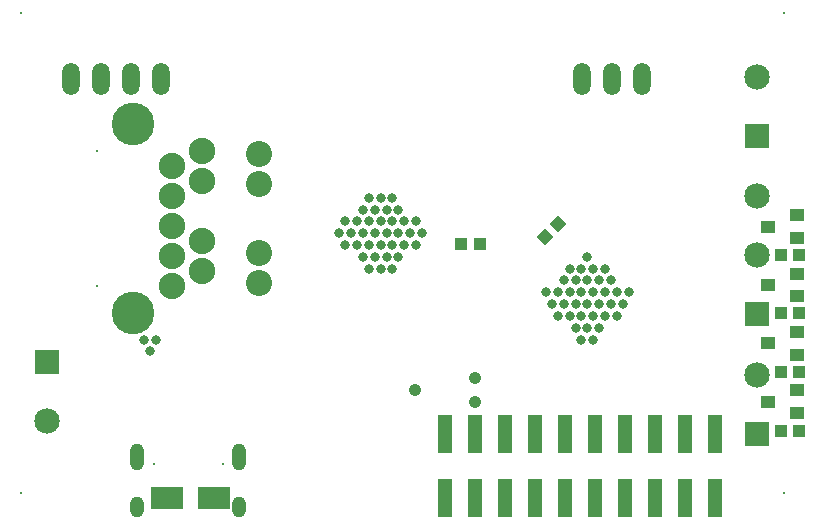
<source format=gbs>
G04*
G04 #@! TF.GenerationSoftware,Altium Limited,Altium Designer,19.1.8 (144)*
G04*
G04 Layer_Color=16711935*
%FSLAX25Y25*%
%MOIN*%
G70*
G01*
G75*
%ADD22R,0.04147X0.04147*%
%ADD25P,0.05864X4X90.0*%
%ADD33R,0.10642X0.07493*%
%ADD40C,0.08477*%
%ADD41R,0.08477X0.08477*%
%ADD42O,0.05800X0.10800*%
%ADD43C,0.08800*%
%ADD44C,0.08674*%
%ADD45C,0.00800*%
%ADD46C,0.14186*%
%ADD47C,0.04200*%
%ADD48O,0.04737X0.09068*%
%ADD49O,0.04737X0.07099*%
%ADD50C,0.03162*%
%ADD89R,0.04737X0.03950*%
%ADD90R,0.04737X0.13005*%
D22*
X270051Y31400D02*
D03*
X263949D02*
D03*
X270051Y70467D02*
D03*
X263949D02*
D03*
X270051Y50933D02*
D03*
X263949D02*
D03*
X270051Y90000D02*
D03*
X263949D02*
D03*
X163551Y93700D02*
D03*
X157449D02*
D03*
D25*
X185442Y96043D02*
D03*
X189758Y100357D02*
D03*
D33*
X74974Y8800D02*
D03*
X59226D02*
D03*
D40*
X256000Y50000D02*
D03*
Y149343D02*
D03*
Y89815D02*
D03*
Y109500D02*
D03*
X19500Y34657D02*
D03*
D41*
X256000Y30315D02*
D03*
Y129657D02*
D03*
Y70130D02*
D03*
X19500Y54343D02*
D03*
D42*
X27500Y148500D02*
D03*
X37500D02*
D03*
X47500D02*
D03*
X57500D02*
D03*
X217657D02*
D03*
X207658D02*
D03*
X197658D02*
D03*
D43*
X61000Y79500D02*
D03*
Y89500D02*
D03*
X71000Y84500D02*
D03*
X61000Y99500D02*
D03*
Y109500D02*
D03*
Y119500D02*
D03*
X71000Y94500D02*
D03*
Y114500D02*
D03*
Y124500D02*
D03*
D44*
X90016Y80484D02*
D03*
X90016Y90484D02*
D03*
X90016Y113516D02*
D03*
Y123516D02*
D03*
D45*
X36000Y79500D02*
D03*
Y124500D02*
D03*
X77878Y20370D02*
D03*
X55122D02*
D03*
X10630Y10630D02*
D03*
X264961D02*
D03*
Y170472D02*
D03*
X10630D02*
D03*
D46*
X48008Y133496D02*
D03*
Y70504D02*
D03*
D47*
X162000Y41000D02*
D03*
Y49000D02*
D03*
X142000Y45000D02*
D03*
D48*
X83508Y22457D02*
D03*
X49492D02*
D03*
D49*
X83508Y6000D02*
D03*
X49492D02*
D03*
D50*
X213240Y77477D02*
D03*
X211272Y73540D02*
D03*
X207335Y81414D02*
D03*
X209303Y77477D02*
D03*
X207335Y73540D02*
D03*
X209303Y69603D02*
D03*
X205366Y85351D02*
D03*
X203398Y81414D02*
D03*
X205366Y77477D02*
D03*
X203398Y73540D02*
D03*
X205366Y69603D02*
D03*
X203398Y65665D02*
D03*
X199461Y89288D02*
D03*
X201429Y85351D02*
D03*
X199461Y81414D02*
D03*
X201429Y77477D02*
D03*
X199461Y73540D02*
D03*
X201429Y69603D02*
D03*
X199461Y65665D02*
D03*
X201429Y61728D02*
D03*
X197492Y85351D02*
D03*
X195524Y81414D02*
D03*
X197492Y77477D02*
D03*
X195524Y73540D02*
D03*
X197492Y69603D02*
D03*
X195524Y65665D02*
D03*
X197492Y61728D02*
D03*
X193555Y85351D02*
D03*
X191587Y81414D02*
D03*
X193555Y77477D02*
D03*
X191587Y73540D02*
D03*
X193555Y69603D02*
D03*
X189618Y77477D02*
D03*
X187650Y73540D02*
D03*
X189618Y69603D02*
D03*
X185681Y77477D02*
D03*
X144343Y97162D02*
D03*
X142374Y101099D02*
D03*
X140406Y97162D02*
D03*
X142374Y93225D02*
D03*
X136469Y105035D02*
D03*
X138437Y101099D02*
D03*
X136469Y97162D02*
D03*
X138437Y93225D02*
D03*
X136469Y89288D02*
D03*
X134500Y108973D02*
D03*
X132532Y105035D02*
D03*
X134500Y101099D02*
D03*
X132532Y97162D02*
D03*
X134500Y93225D02*
D03*
X132532Y89288D02*
D03*
X134500Y85351D02*
D03*
X130563Y108973D02*
D03*
X128595Y105035D02*
D03*
X130563Y101099D02*
D03*
X128595Y97162D02*
D03*
X130563Y93225D02*
D03*
X128595Y89288D02*
D03*
X130563Y85351D02*
D03*
X126626Y108973D02*
D03*
X124658Y105035D02*
D03*
X126626Y101099D02*
D03*
X124658Y97162D02*
D03*
X126626Y93225D02*
D03*
X124658Y89288D02*
D03*
X126626Y85351D02*
D03*
X122689Y101099D02*
D03*
X120721Y97162D02*
D03*
X122689Y93225D02*
D03*
X118752Y101099D02*
D03*
X116784Y97162D02*
D03*
X118752Y93225D02*
D03*
X55760Y61728D02*
D03*
X53791Y57791D02*
D03*
X51823Y61728D02*
D03*
D89*
X269200Y76193D02*
D03*
X259751Y79933D02*
D03*
X269200Y83674D02*
D03*
Y37260D02*
D03*
X259751Y41000D02*
D03*
X269200Y44740D02*
D03*
Y56726D02*
D03*
X259751Y60467D02*
D03*
X269200Y64207D02*
D03*
Y95660D02*
D03*
X259751Y99400D02*
D03*
X269200Y103140D02*
D03*
D90*
X241850Y9055D02*
D03*
X231850D02*
D03*
X241850Y30315D02*
D03*
X231850D02*
D03*
X221850Y9055D02*
D03*
Y30315D02*
D03*
X211850Y9055D02*
D03*
Y30315D02*
D03*
X201850Y9055D02*
D03*
Y30315D02*
D03*
X191850Y9055D02*
D03*
Y30315D02*
D03*
X181850Y9055D02*
D03*
Y30315D02*
D03*
X171850Y9055D02*
D03*
Y30315D02*
D03*
X161850Y9055D02*
D03*
Y30315D02*
D03*
X151850D02*
D03*
Y9055D02*
D03*
M02*

</source>
